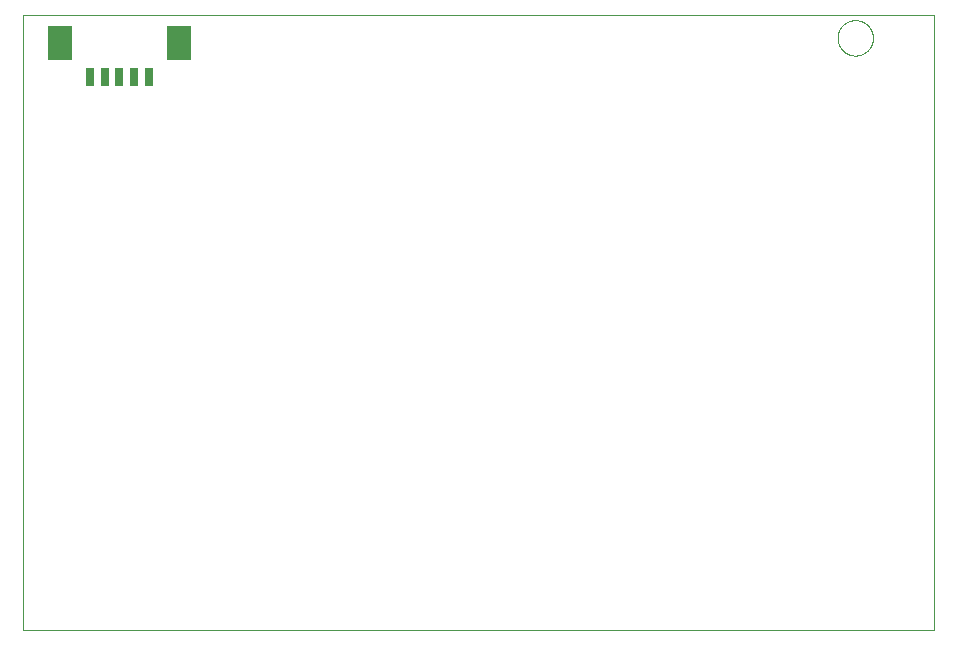
<source format=gbp>
G75*
%MOIN*%
%OFA0B0*%
%FSLAX25Y25*%
%IPPOS*%
%LPD*%
%AMOC8*
5,1,8,0,0,1.08239X$1,22.5*
%
%ADD10C,0.00000*%
%ADD11R,0.03150X0.06299*%
%ADD12R,0.08268X0.11811*%
D10*
X0036217Y0028618D02*
X0036217Y0233579D01*
X0339918Y0233579D01*
X0339918Y0028618D01*
X0036217Y0028618D01*
X0307792Y0225862D02*
X0307794Y0226015D01*
X0307800Y0226169D01*
X0307810Y0226322D01*
X0307824Y0226474D01*
X0307842Y0226627D01*
X0307864Y0226778D01*
X0307889Y0226929D01*
X0307919Y0227080D01*
X0307953Y0227230D01*
X0307990Y0227378D01*
X0308031Y0227526D01*
X0308076Y0227672D01*
X0308125Y0227818D01*
X0308178Y0227962D01*
X0308234Y0228104D01*
X0308294Y0228245D01*
X0308358Y0228385D01*
X0308425Y0228523D01*
X0308496Y0228659D01*
X0308571Y0228793D01*
X0308648Y0228925D01*
X0308730Y0229055D01*
X0308814Y0229183D01*
X0308902Y0229309D01*
X0308993Y0229432D01*
X0309087Y0229553D01*
X0309185Y0229671D01*
X0309285Y0229787D01*
X0309389Y0229900D01*
X0309495Y0230011D01*
X0309604Y0230119D01*
X0309716Y0230224D01*
X0309830Y0230325D01*
X0309948Y0230424D01*
X0310067Y0230520D01*
X0310189Y0230613D01*
X0310314Y0230702D01*
X0310441Y0230789D01*
X0310570Y0230871D01*
X0310701Y0230951D01*
X0310834Y0231027D01*
X0310969Y0231100D01*
X0311106Y0231169D01*
X0311245Y0231234D01*
X0311385Y0231296D01*
X0311527Y0231354D01*
X0311670Y0231409D01*
X0311815Y0231460D01*
X0311961Y0231507D01*
X0312108Y0231550D01*
X0312256Y0231589D01*
X0312405Y0231625D01*
X0312555Y0231656D01*
X0312706Y0231684D01*
X0312857Y0231708D01*
X0313010Y0231728D01*
X0313162Y0231744D01*
X0313315Y0231756D01*
X0313468Y0231764D01*
X0313621Y0231768D01*
X0313775Y0231768D01*
X0313928Y0231764D01*
X0314081Y0231756D01*
X0314234Y0231744D01*
X0314386Y0231728D01*
X0314539Y0231708D01*
X0314690Y0231684D01*
X0314841Y0231656D01*
X0314991Y0231625D01*
X0315140Y0231589D01*
X0315288Y0231550D01*
X0315435Y0231507D01*
X0315581Y0231460D01*
X0315726Y0231409D01*
X0315869Y0231354D01*
X0316011Y0231296D01*
X0316151Y0231234D01*
X0316290Y0231169D01*
X0316427Y0231100D01*
X0316562Y0231027D01*
X0316695Y0230951D01*
X0316826Y0230871D01*
X0316955Y0230789D01*
X0317082Y0230702D01*
X0317207Y0230613D01*
X0317329Y0230520D01*
X0317448Y0230424D01*
X0317566Y0230325D01*
X0317680Y0230224D01*
X0317792Y0230119D01*
X0317901Y0230011D01*
X0318007Y0229900D01*
X0318111Y0229787D01*
X0318211Y0229671D01*
X0318309Y0229553D01*
X0318403Y0229432D01*
X0318494Y0229309D01*
X0318582Y0229183D01*
X0318666Y0229055D01*
X0318748Y0228925D01*
X0318825Y0228793D01*
X0318900Y0228659D01*
X0318971Y0228523D01*
X0319038Y0228385D01*
X0319102Y0228245D01*
X0319162Y0228104D01*
X0319218Y0227962D01*
X0319271Y0227818D01*
X0319320Y0227672D01*
X0319365Y0227526D01*
X0319406Y0227378D01*
X0319443Y0227230D01*
X0319477Y0227080D01*
X0319507Y0226929D01*
X0319532Y0226778D01*
X0319554Y0226627D01*
X0319572Y0226474D01*
X0319586Y0226322D01*
X0319596Y0226169D01*
X0319602Y0226015D01*
X0319604Y0225862D01*
X0319602Y0225709D01*
X0319596Y0225555D01*
X0319586Y0225402D01*
X0319572Y0225250D01*
X0319554Y0225097D01*
X0319532Y0224946D01*
X0319507Y0224795D01*
X0319477Y0224644D01*
X0319443Y0224494D01*
X0319406Y0224346D01*
X0319365Y0224198D01*
X0319320Y0224052D01*
X0319271Y0223906D01*
X0319218Y0223762D01*
X0319162Y0223620D01*
X0319102Y0223479D01*
X0319038Y0223339D01*
X0318971Y0223201D01*
X0318900Y0223065D01*
X0318825Y0222931D01*
X0318748Y0222799D01*
X0318666Y0222669D01*
X0318582Y0222541D01*
X0318494Y0222415D01*
X0318403Y0222292D01*
X0318309Y0222171D01*
X0318211Y0222053D01*
X0318111Y0221937D01*
X0318007Y0221824D01*
X0317901Y0221713D01*
X0317792Y0221605D01*
X0317680Y0221500D01*
X0317566Y0221399D01*
X0317448Y0221300D01*
X0317329Y0221204D01*
X0317207Y0221111D01*
X0317082Y0221022D01*
X0316955Y0220935D01*
X0316826Y0220853D01*
X0316695Y0220773D01*
X0316562Y0220697D01*
X0316427Y0220624D01*
X0316290Y0220555D01*
X0316151Y0220490D01*
X0316011Y0220428D01*
X0315869Y0220370D01*
X0315726Y0220315D01*
X0315581Y0220264D01*
X0315435Y0220217D01*
X0315288Y0220174D01*
X0315140Y0220135D01*
X0314991Y0220099D01*
X0314841Y0220068D01*
X0314690Y0220040D01*
X0314539Y0220016D01*
X0314386Y0219996D01*
X0314234Y0219980D01*
X0314081Y0219968D01*
X0313928Y0219960D01*
X0313775Y0219956D01*
X0313621Y0219956D01*
X0313468Y0219960D01*
X0313315Y0219968D01*
X0313162Y0219980D01*
X0313010Y0219996D01*
X0312857Y0220016D01*
X0312706Y0220040D01*
X0312555Y0220068D01*
X0312405Y0220099D01*
X0312256Y0220135D01*
X0312108Y0220174D01*
X0311961Y0220217D01*
X0311815Y0220264D01*
X0311670Y0220315D01*
X0311527Y0220370D01*
X0311385Y0220428D01*
X0311245Y0220490D01*
X0311106Y0220555D01*
X0310969Y0220624D01*
X0310834Y0220697D01*
X0310701Y0220773D01*
X0310570Y0220853D01*
X0310441Y0220935D01*
X0310314Y0221022D01*
X0310189Y0221111D01*
X0310067Y0221204D01*
X0309948Y0221300D01*
X0309830Y0221399D01*
X0309716Y0221500D01*
X0309604Y0221605D01*
X0309495Y0221713D01*
X0309389Y0221824D01*
X0309285Y0221937D01*
X0309185Y0222053D01*
X0309087Y0222171D01*
X0308993Y0222292D01*
X0308902Y0222415D01*
X0308814Y0222541D01*
X0308730Y0222669D01*
X0308648Y0222799D01*
X0308571Y0222931D01*
X0308496Y0223065D01*
X0308425Y0223201D01*
X0308358Y0223339D01*
X0308294Y0223479D01*
X0308234Y0223620D01*
X0308178Y0223762D01*
X0308125Y0223906D01*
X0308076Y0224052D01*
X0308031Y0224198D01*
X0307990Y0224346D01*
X0307953Y0224494D01*
X0307919Y0224644D01*
X0307889Y0224795D01*
X0307864Y0224946D01*
X0307842Y0225097D01*
X0307824Y0225250D01*
X0307810Y0225402D01*
X0307800Y0225555D01*
X0307794Y0225709D01*
X0307792Y0225862D01*
D11*
X0078257Y0212713D03*
X0073335Y0212713D03*
X0068414Y0212713D03*
X0063493Y0212713D03*
X0058572Y0212713D03*
D12*
X0048532Y0224130D03*
X0088296Y0224130D03*
M02*

</source>
